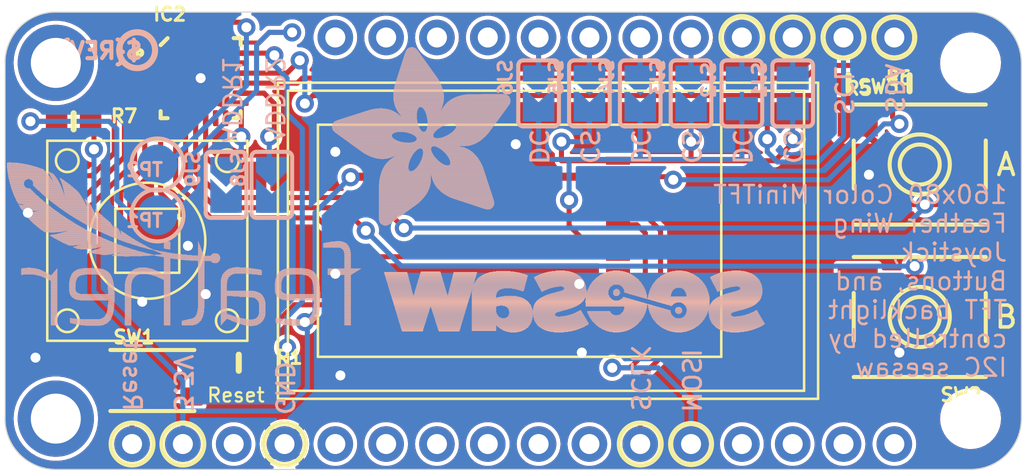
<source format=kicad_pcb>
(kicad_pcb (version 20221018) (generator pcbnew)
  (layers (0 "F.Cu" signal) (31 "B.Cu" signal) (34 "B.Paste" user) (35 "F.Paste" user) (36 "B.SilkS" user "B.Silkscreen") (37 "F.SilkS" user "F.Silkscreen") (38 "B.Mask" user) (39 "F.Mask" user) (44 "Edge.Cuts" user))
  (net 0 "")
  (net 1 "GND")
  (net 2 "~{RESET}")
  (net 3 "3.3V")
  (net 4 "~{TFT_RST}")
  (net 5 "CS")
  (net 6 "SCK")
  (net 7 "MOSI")
  (net 8 "DC")
  (net 9 "N$9")
  (net 10 "SDA")
  (net 11 "SCL")
  (net 12 "BACKLITE")
  (net 13 "N$3")
  (net 14 "N$4")
  (net 15 "N$5")
  (net 16 "N$6")
  (net 17 "N$7")
  (net 18 "N$8")
  (net 19 "SWDIO")
  (net 20 "SWCLK")
  (net 21 "PA02_A0")
  (net 22 "PA03_A1")
  (net 23 "PA04_A2")
  (net 24 "PA07_A5")
  (net 25 "PA09_XOSC")
  (net 26 "PA10_A18")
  (net 27 "PA11_A19")
  (net 28 "PA16_D16")
  (net 29 "PA17_D17")
  (net 30 "PA24_D-")
  (net 31 "PA25_D+")
  (footprint "working:0603-NO" (layer "F.Cu") (at 126.5301 99.0346)
    (fp_text reference "R7" (at 1.778 0.127) (layer "F.SilkS") (effects (font (size 0.666496 0.666496) (thickness 0.146304)) (justify left bottom)))
    (fp_text value "1k")
    (pad "1" smd rect (at -0.85 0) (size 1.075 1) (layers "F.Cu" "F.Paste" "F.Mask") (net 20 "SWCLK"))
    (pad "2" smd rect (at 0.85 0) (size 1.075 1) (layers "F.Cu" "F.Paste" "F.Mask") (net 3 "3.3V"))
  )
  (footprint "working:FIDUCIAL_1MM" (layer "F.Cu") (at 143.1671 99.5426)
    (fp_text reference "FID1" hide)
    (fp_text value "FIDUCIAL_1MM" hide)
    (pad "1" smd roundrect (at 0 0) (size 1 1) (layers "F.Cu" "F.Mask") (roundrect_rratio 0.5))
  )
  (footprint "working:TFT_0.96IN_160X80" (layer "F.Cu") (at 163.7411 105.0036 90)
    (fp_text reference "U$2" hide)
    (fp_text value "DISP_LCD_0.9IN_160X80" hide)
    (pad "1" smd rect (at -4.8 -10 180) (size 1.2 0.4) (layers "F.Cu" "F.Paste" "F.Mask") (net 1 "GND"))
    (pad "2" smd rect (at -4 -10 180) (size 1.2 0.4) (layers "F.Cu" "F.Paste" "F.Mask") (net 3 "3.3V"))
    (pad "3" smd rect (at -3.2 -10 180) (size 1.2 0.4) (layers "F.Cu" "F.Paste" "F.Mask") (net 9 "N$9"))
    (pad "4" smd rect (at -2.4 -10 180) (size 1.2 0.4) (layers "F.Cu" "F.Paste" "F.Mask"))
    (pad "5" smd rect (at -1.6 -10 180) (size 1.2 0.4) (layers "F.Cu" "F.Paste" "F.Mask") (net 1 "GND"))
    (pad "6" smd rect (at -0.8 -10 180) (size 1.2 0.4) (layers "F.Cu" "F.Paste" "F.Mask") (net 4 "~{TFT_RST}"))
    (pad "7" smd rect (at 0 -10 180) (size 1.2 0.4) (layers "F.Cu" "F.Paste" "F.Mask") (net 8 "DC"))
    (pad "8" smd rect (at 0.8 -10 180) (size 1.2 0.4) (layers "F.Cu" "F.Paste" "F.Mask") (net 7 "MOSI"))
    (pad "9" smd rect (at 1.6 -10 180) (size 1.2 0.4) (layers "F.Cu" "F.Paste" "F.Mask") (net 6 "SCK"))
    (pad "10" smd rect (at 2.4 -10 180) (size 1.2 0.4) (layers "F.Cu" "F.Paste" "F.Mask") (net 3 "3.3V"))
    (pad "11" smd rect (at 3.2 -10 180) (size 1.2 0.4) (layers "F.Cu" "F.Paste" "F.Mask") (net 3 "3.3V"))
    (pad "12" smd rect (at 4 -10 180) (size 1.2 0.4) (layers "F.Cu" "F.Paste" "F.Mask") (net 5 "CS"))
    (pad "13" smd rect (at 4.8 -10 180) (size 1.2 0.4) (layers "F.Cu" "F.Paste" "F.Mask") (net 1 "GND"))
  )
  (footprint "working:QFN24_4MM" (layer "F.Cu") (at 132.8801 96.8756)
    (fp_text reference "IC2" (at -2.45 -2.8) (layer "F.SilkS") (effects (font (size 0.666496 0.666496) (thickness 0.146304)) (justify left bottom)))
    (fp_text value "ATSAMD09D14A-MU")
    (pad "1" smd roundrect (at -2 -1.25 180) (size 0.8 0.28) (layers "F.Cu" "F.Paste" "F.Mask") (net 21 "PA02_A0"))
    (pad "2" smd roundrect (at -2 -0.75 180) (size 0.8 0.28) (layers "F.Cu" "F.Paste" "F.Mask") (net 22 "PA03_A1"))
    (pad "3" smd roundrect (at -2 -0.25 180) (size 0.8 0.28) (layers "F.Cu" "F.Paste" "F.Mask") (net 23 "PA04_A2"))
    (pad "4" smd roundrect (at -2 0.25 180) (size 0.8 0.28) (layers "F.Cu" "F.Paste" "F.Mask") (net 12 "BACKLITE"))
    (pad "5" smd roundrect (at -2 0.75 180) (size 0.8 0.28) (layers "F.Cu" "F.Paste" "F.Mask"))
    (pad "6" smd roundrect (at -2 1.25 180) (size 0.8 0.28) (layers "F.Cu" "F.Paste" "F.Mask") (net 24 "PA07_A5"))
    (pad "7" smd roundrect (at -1.25 2 90) (size 0.8 0.28) (layers "F.Cu" "F.Paste" "F.Mask") (net 4 "~{TFT_RST}"))
    (pad "8" smd roundrect (at -0.75 2 90) (size 0.8 0.28) (layers "F.Cu" "F.Paste" "F.Mask") (net 25 "PA09_XOSC"))
    (pad "9" smd roundrect (at -0.25 2 90) (size 0.8 0.28) (layers "F.Cu" "F.Paste" "F.Mask") (net 26 "PA10_A18"))
    (pad "10" smd roundrect (at 0.25 2 90) (size 0.8 0.28) (layers "F.Cu" "F.Paste" "F.Mask") (net 27 "PA11_A19"))
    (pad "11" smd roundrect (at 0.75 2 90) (size 0.8 0.28) (layers "F.Cu" "F.Paste" "F.Mask"))
    (pad "12" smd roundrect (at 1.25 2 90) (size 0.8 0.28) (layers "F.Cu" "F.Paste" "F.Mask"))
    (pad "13" smd roundrect (at 2 1.25) (size 0.8 0.28) (layers "F.Cu" "F.Paste" "F.Mask") (net 28 "PA16_D16"))
    (pad "14" smd roundrect (at 2 0.75) (size 0.8 0.28) (layers "F.Cu" "F.Paste" "F.Mask") (net 29 "PA17_D17"))
    (pad "15" smd roundrect (at 2 0.25) (size 0.8 0.28) (layers "F.Cu" "F.Paste" "F.Mask") (net 10 "SDA"))
    (pad "16" smd roundrect (at 2 -0.25) (size 0.8 0.28) (layers "F.Cu" "F.Paste" "F.Mask") (net 11 "SCL"))
    (pad "17" smd roundrect (at 2 -0.75) (size 0.8 0.28) (layers "F.Cu" "F.Paste" "F.Mask"))
    (pad "18" smd roundrect (at 2 -1.25) (size 0.8 0.28) (layers "F.Cu" "F.Paste" "F.Mask") (net 2 "~{RESET}"))
    (pad "19" smd roundrect (at 1.25 -2 270) (size 0.8 0.28) (layers "F.Cu" "F.Paste" "F.Mask") (net 20 "SWCLK"))
    (pad "20" smd roundrect (at 0.75 -2 270) (size 0.8 0.28) (layers "F.Cu" "F.Paste" "F.Mask") (net 19 "SWDIO"))
    (pad "21" smd roundrect (at 0.25 -2 270) (size 0.8 0.28) (layers "F.Cu" "F.Paste" "F.Mask") (net 30 "PA24_D-"))
    (pad "22" smd roundrect (at -0.25 -2 270) (size 0.8 0.28) (layers "F.Cu" "F.Paste" "F.Mask") (net 31 "PA25_D+"))
    (pad "23" smd roundrect (at -0.75 -2 270) (size 0.8 0.28) (layers "F.Cu" "F.Paste" "F.Mask") (net 1 "GND"))
    (pad "24" smd roundrect (at -1.25 -2 270) (size 0.8 0.28) (layers "F.Cu" "F.Paste" "F.Mask") (net 3 "3.3V"))
    (pad "THERM" smd rect (at 0 0) (size 1.778 1.778) (layers "F.Cu" "F.Mask") (net 1 "GND"))
  )
  (footprint "working:BTN_KMR2_4.6X2.8" (layer "F.Cu") (at 130.4671 111.9886)
    (fp_text reference "SW1" (at -2.032 -1.778) (layer "F.SilkS") (effects (font (size 0.666496 0.666496) (thickness 0.146304)) (justify left bottom)))
    (fp_text value "KMR2")
    (pad "A" smd rect (at 2.05 -0.8) (size 0.9 0.9) (layers "F.Cu" "F.Paste" "F.Mask") (net 1 "GND"))
    (pad "A'" smd rect (at -2.05 -0.8) (size 0.9 0.9) (layers "F.Cu" "F.Paste" "F.Mask") (net 1 "GND"))
    (pad "B" smd rect (at 2.05 0.8) (size 0.9 0.9) (layers "F.Cu" "F.Paste" "F.Mask") (net 2 "~{RESET}"))
    (pad "B'" smd rect (at -2.05 0.8) (size 0.9 0.9) (layers "F.Cu" "F.Paste" "F.Mask") (net 2 "~{RESET}"))
  )
  (footprint "working:EVQ-Q2_SMALLER" (layer "F.Cu") (at 168.8211 101.1936)
    (fp_text reference "SW3" (at -3.175 -3.5) (layer "F.SilkS") (effects (font (size 0.666496 0.666496) (thickness 0.146304)) (justify left bottom)))
    (fp_text value "EVQQ")
    (pad "A" smd rect (at -3.1 2) (size 2 1.2) (layers "F.Cu" "F.Paste" "F.Mask") (net 26 "PA10_A18"))
    (pad "A'" smd rect (at 3.1 2) (size 2 1.2) (layers "F.Cu" "F.Paste" "F.Mask") (net 26 "PA10_A18"))
    (pad "B" smd rect (at -3.1 -2) (size 2 1.2) (layers "F.Cu" "F.Paste" "F.Mask") (net 1 "GND"))
    (pad "B'" smd rect (at 3.1 -2) (size 2 1.2) (layers "F.Cu" "F.Paste" "F.Mask") (net 1 "GND"))
  )
  (footprint "working:EVQ-Q2_SMALLER" (layer "F.Cu") (at 168.8211 108.8136 180)
    (fp_text reference "SW2" (at -3.175 -3.5 180) (layer "F.SilkS") (effects (font (size 0.666496 0.666496) (thickness 0.146304)) (justify right top)))
    (fp_text value "EVQQ")
    (pad "A" smd rect (at -3.1 2 180) (size 2 1.2) (layers "F.Cu" "F.Paste" "F.Mask") (net 25 "PA09_XOSC"))
    (pad "A'" smd rect (at 3.1 2 180) (size 2 1.2) (layers "F.Cu" "F.Paste" "F.Mask") (net 25 "PA09_XOSC"))
    (pad "B" smd rect (at -3.1 -2 180) (size 2 1.2) (layers "F.Cu" "F.Paste" "F.Mask") (net 1 "GND"))
    (pad "B'" smd rect (at 3.1 -2 180) (size 2 1.2) (layers "F.Cu" "F.Paste" "F.Mask") (net 1 "GND"))
  )
  (footprint "working:SKQUBAE010" (layer "F.Cu") (at 130.2131 105.0036)
    (fp_text reference "SW4" hide)
    (fp_text value "NAVSWITCHSKQUABAUE010" hide)
    (pad "1" smd rect (at -5.2 -3.25 180) (size 1.5 1.4) (layers "F.Cu" "F.Paste" "F.Mask") (net 21 "PA02_A0"))
    (pad "2" smd rect (at -5.2 0.45 180) (size 1.5 1.4) (layers "F.Cu" "F.Paste" "F.Mask") (net 22 "PA03_A1"))
    (pad "3" smd rect (at -5.2 3.25 180) (size 1.5 1.4) (layers "F.Cu" "F.Paste" "F.Mask") (net 23 "PA04_A2"))
    (pad "4" smd rect (at 5.2 3.25 180) (size 1.5 1.4) (layers "F.Cu" "F.Paste" "F.Mask") (net 1 "GND"))
    (pad "5" smd rect (at 5.2 0.45 180) (size 1.5 1.4) (layers "F.Cu" "F.Paste" "F.Mask") (net 24 "PA07_A5"))
    (pad "6" smd rect (at 5.2 -3.25 180) (size 1.5 1.4) (layers "F.Cu" "F.Paste" "F.Mask") (net 27 "PA11_A19"))
  )
  (footprint "working:0603-NO" (layer "F.Cu") (at 168.3131 97.1296 180)
    (fp_text reference "R5" (at 1.778 0.127 180) (layer "F.SilkS") (effects (font (size 0.666496 0.666496) (thickness 0.146304)) (justify right top)))
    (fp_text value "10K")
    (pad "1" smd rect (at -0.85 0 180) (size 1.075 1) (layers "F.Cu" "F.Paste" "F.Mask") (net 10 "SDA"))
    (pad "2" smd rect (at 0.85 0 180) (size 1.075 1) (layers "F.Cu" "F.Paste" "F.Mask") (net 3 "3.3V"))
  )
  (footprint "working:FEATHERWING" (layer "F.Cu") (at 123.1011 116.4336)
    (fp_text reference "MS1" hide)
    (fp_text value "FEATHERWING" hide)
    (fp_line (start 0 -20.32) (end 0 -2.54) (stroke (width 0.05)) (layer "Edge.Cuts"))
    (fp_line (start 2.54 0) (end 48.26 0) (stroke (width 0.05)) (layer "Edge.Cuts"))
    (fp_line (start 48.26 -22.86) (end 2.54 -22.86) (stroke (width 0.05)) (layer "Edge.Cuts"))
    (fp_line (start 50.8 -2.54) (end 50.8 -20.32) (stroke (width 0.05)) (layer "Edge.Cuts"))
    (fp_arc (start 0 -20.32) (mid 0.743949 -22.116051) (end 2.54 -22.86) (stroke (width 0.05)) (layer "Edge.Cuts"))
    (fp_arc (start 2.54 0) (mid 0.743949 -0.743949) (end 0 -2.54) (stroke (width 0.05)) (layer "Edge.Cuts"))
    (fp_arc (start 48.26 -22.86) (mid 50.056051 -22.116051) (end 50.8 -20.32) (stroke (width 0.05)) (layer "Edge.Cuts"))
    (fp_arc (start 50.8 -2.54) (mid 50.056051 -0.743949) (end 48.26 0) (stroke (width 0.05)) (layer "Edge.Cuts"))
    (pad "" np_thru_hole circle (at 48.26 -20.32) (size 2.54 2.54) (drill 2.54) (layers "*.Cu" "*.Mask"))
    (pad "" np_thru_hole circle (at 48.26 -2.54) (size 2.54 2.54) (drill 2.54) (layers "*.Cu" "*.Mask"))
    (pad "1" thru_hole circle (at 6.35 -1.27) (size 1.778 1.778) (drill 1) (layers "*.Cu" "*.Mask") (net 2 "~{RESET}"))
    (pad "2" thru_hole circle (at 8.89 -1.27) (size 1.778 1.778) (drill 1) (layers "*.Cu" "*.Mask") (net 3 "3.3V"))
    (pad "3" thru_hole circle (at 11.43 -1.27) (size 1.778 1.778) (drill 1) (layers "*.Cu" "*.Mask"))
    (pad "4" thru_hole circle (at 13.97 -1.27) (size 1.778 1.778) (drill 1) (layers "*.Cu" "*.Mask") (net 1 "GND"))
    (pad "5" thru_hole circle (at 16.51 -1.27) (size 1.778 1.778) (drill 1) (layers "*.Cu" "*.Mask"))
    (pad "6" thru_hole circle (at 19.05 -1.27) (size 1.778 1.778) (drill 1) (layers "*.Cu" "*.Mask"))
    (pad "7" thru_hole circle (at 21.59 -1.27) (size 1.778 1.778) (drill 1) (layers "*.Cu" "*.Mask"))
    (pad "8" thru_hole circle (at 24.13 -1.27) (size 1.778 1.778) (drill 1) (layers "*.Cu" "*.Mask"))
    (pad "9" thru_hole circle (at 26.67 -1.27) (size 1.778 1.778) (drill 1) (layers "*.Cu" "*.Mask"))
    (pad "10" thru_hole circle (at 29.21 -1.27) (size 1.778 1.778) (drill 1) (layers "*.Cu" "*.Mask"))
    (pad "11" thru_hole circle (at 31.75 -1.27) (size 1.778 1.778) (drill 1) (layers "*.Cu" "*.Mask") (net 6 "SCK"))
    (pad "12" thru_hole circle (at 34.29 -1.27) (size 1.778 1.778) (drill 1) (layers "*.Cu" "*.Mask") (net 7 "MOSI"))
    (pad "13" thru_hole circle (at 36.83 -1.27) (size 1.778 1.778) (drill 1) (layers "*.Cu" "*.Mask"))
    (pad "14" thru_hole circle (at 39.37 -1.27) (size 1.778 1.778) (drill 1) (layers "*.Cu" "*.Mask"))
    (pad "15" thru_hole circle (at 41.91 -1.27) (size 1.778 1.778) (drill 1) (layers "*.Cu" "*.Mask"))
    (pad "16" thru_hole circle (at 44.45 -1.27) (size 1.778 1.778) (drill 1) (layers "*.Cu" "*.Mask"))
    (pad "17" thru_hole circle (at 44.45 -21.59) (size 1.778 1.778) (drill 1) (layers "*.Cu" "*.Mask") (net 10 "SDA"))
    (pad "18" thru_hole circle (at 41.91 -21.59) (size 1.778 1.778) (drill 1) (layers "*.Cu" "*.Mask") (net 11 "SCL"))
    (pad "19" thru_hole circle (at 39.37 -21.59) (size 1.778 1.778) (drill 1) (layers "*.Cu" "*.Mask") (net 14 "N$4"))
    (pad "20" thru_hole circle (at 36.83 -21.59) (size 1.778 1.778) (drill 1) (layers "*.Cu" "*.Mask") (net 13 "N$3"))
    (pad "21" thru_hole circle (at 34.29 -21.59) (size 1.778 1.778) (drill 1) (layers "*.Cu" "*.Mask") (net 15 "N$5"))
    (pad "22" thru_hole circle (at 31.75 -21.59) (size 1.778 1.778) (drill 1) (layers "*.Cu" "*.Mask") (net 16 "N$6"))
    (pad "23" thru_hole circle (at 29.21 -21.59) (size 1.778 1.778) (drill 1) (layers "*.Cu" "*.Mask") (net 17 "N$7"))
    (pad "24" thru_hole circle (at 26.67 -21.59) (size 1.778 1.778) (drill 1) (layers "*.Cu" "*.Mask") (net 18 "N$8"))
    (pad "25" thru_hole circle (at 24.13 -21.59) (size 1.778 1.778) (drill 1) (layers "*.Cu" "*.Mask"))
    (pad "26" thru_hole circle (at 21.59 -21.59) (size 1.778 1.778) (drill 1) (layers "*.Cu" "*.Mask"))
    (pad "27" thru_hole circle (at 19.05 -21.59) (size 1.778 1.778) (drill 1) (layers "*.Cu" "*.Mask"))
    (pad "28" thru_hole circle (at 16.51 -21.59) (size 1.778 1.778) (drill 1) (layers "*.Cu" "*.Mask"))
    (pad "P$1" thru_hole circle (at 2.54 -20.32) (size 3.81 3.81) (drill 2.5) (layers "*.Cu" "*.Mask"))
    (pad "P$2" thru_hole circle (at 2.54 -2.54) (size 3.81 3.81) (drill 2.5) (layers "*.Cu" "*.Mask"))
  )
  (footprint "working:FIDUCIAL_1MM" (layer "F.Cu") (at 161.0741 109.5756)
    (fp_text reference "FID2" hide)
    (fp_text value "FIDUCIAL_1MM" hide)
    (pad "1" smd roundrect (at 0 0) (size 1 1) (layers "F.Cu" "F.Mask") (roundrect_rratio 0.5))
  )
  (footprint "working:0603-NO" (layer "F.Cu") (at 134.7851 111.0996)
    (fp_text reference "R1" (at 1.778 0.127) (layer "F.SilkS") (effects (font (size 0.666496 0.666496) (thickness 0.146304)) (justify left bottom)))
    (fp_text value "10")
    (pad "1" smd rect (at -0.85 0) (size 1.075 1) (layers "F.Cu" "F.Paste" "F.Mask") (net 12 "BACKLITE"))
    (pad "2" smd rect (at 0.85 0) (size 1.075 1) (layers "F.Cu" "F.Paste" "F.Mask") (net 9 "N$9"))
  )
  (footprint "working:0603-NO" (layer "F.Cu") (at 165.2651 97.1296)
    (fp_text reference "R6" (at 1.778 0.127) (layer "F.SilkS") (effects (font (size 0.666496 0.666496) (thickness 0.146304)) (justify left bottom)))
    (fp_text value "10k")
    (pad "1" smd rect (at -0.85 0) (size 1.075 1) (layers "F.Cu" "F.Paste" "F.Mask") (net 11 "SCL"))
    (pad "2" smd rect (at 0.85 0) (size 1.075 1) (layers "F.Cu" "F.Paste" "F.Mask") (net 3 "3.3V"))
  )
  (footprint "working:SEESAW_LOGO" (layer "B.Cu") (at 161.0741 109.5756 180)
    (fp_text reference "U$8" hide)
    (fp_text value "" hide)
  )
  (footprint "working:ADAFRUIT_9MM" (layer "B.Cu") (at 148.3741 104.2416 180)
    (fp_text reference "U$12" hide)
    (fp_text value "" hide)
  )
  (footprint "working:FEATHERLOGO_MED" (layer "B.Cu") (at 141.0081 109.3216 180)
    (fp_text reference "U$4" hide)
    (fp_text value "" hide)
  )
  (footprint "working:SOLDERJUMPER_ARROW_NOPASTE" (layer "B.Cu") (at 149.7711 97.6376 -90)
    (fp_text reference "SJ6" (at -1.778 1.27 90) (layer "B.SilkS") (effects (font (size 0.666496 0.666496) (thickness 0.146304)) (justify left bottom mirror)))
    (fp_text value "")
    (fp_poly (pts (xy 0.106121 -0.002663) (xy -0.679416 -0.7882) (xy -1.3946 -0.7882) (xy -1.3946 0.7882) (xy -0.62715 0.7882)) (fill solid) (layer "B.Cu"))
    (fp_poly (pts (xy 1.3946 -0.7882) (xy -0.315893 -0.7882) (xy 0.443148 0) (xy -0.315893 0.7882) (xy 1.3946 0.7882)) (fill solid) (layer "B.Cu"))
    (pad "1" smd roundrect (at -1.016 0 270) (size 0.762 1.524) (layers "B.Cu") (net 18 "N$8"))
    (pad "2" smd roundrect (at 1.016 0 270) (size 0.762 1.524) (layers "B.Cu") (net 8 "DC"))
  )
  (footprint "working:SOLDERJUMPER_ARROW_NOPASTE" (layer "B.Cu") (at 136.4361 102.2096 -90)
    (fp_text reference "SJ8" (at -1.778 1.27 90) (layer "B.SilkS") (effects (font (size 0.666496 0.666496) (thickness 0.146304)) (justify left bottom mirror)))
    (fp_text value "")
    (fp_poly (pts (xy 0.106121 -0.002663) (xy -0.679416 -0.7882) (xy -1.3946 -0.7882) (xy -1.3946 0.7882) (xy -0.62715 0.7882)) (fill solid) (layer "B.Cu"))
    (fp_poly (pts (xy 1.3946 -0.7882) (xy -0.315893 -0.7882) (xy 0.443148 0) (xy -0.315893 0.7882) (xy 1.3946 0.7882)) (fill solid) (layer "B.Cu"))
    (pad "1" smd roundrect (at -1.016 0 270) (size 0.762 1.524) (layers "B.Cu") (net 29 "PA17_D17"))
    (pad "2" smd roundrect (at 1.016 0 270) (size 0.762 1.524) (layers "B.Cu") (net 1 "GND"))
  )
  (footprint "working:SOLDERJUMPER_CLOSEDWIRE" (layer "B.Cu") (at 162.4711 97.6376 -90)
    (fp_text reference "SJ1" (at -1.651 1.27 90) (layer "B.SilkS") (effects (font (size 0.666496 0.666496) (thickness 0.146304)) (justify left bottom mirror)))
    (fp_text value "")
    (pad "1" smd rect (at -0.762 0 270) (size 1.1684 1.6002) (layers "B.Cu") (net 14 "N$4"))
    (pad "2" smd rect (at 0.762 0 270) (size 1.1684 1.6002) (layers "B.Cu") (net 5 "CS"))
    (pad "WIRE" smd rect (at 0 0 90) (size 0.635 0.2032) (layers "B.Cu"))
  )
  (footprint "working:SOLDERJUMPER_ARROW_NOPASTE" (layer "B.Cu") (at 152.3111 97.6376 -90)
    (fp_text reference "SJ5" (at -1.778 1.27 90) (layer "B.SilkS") (effects (font (size 0.666496 0.666496) (thickness 0.146304)) (justify left bottom mirror)))
    (fp_text value "")
    (fp_poly (pts (xy 0.106121 -0.002663) (xy -0.679416 -0.7882) (xy -1.3946 -0.7882) (xy -1.3946 0.7882) (xy -0.62715 0.7882)) (fill solid) (layer "B.Cu"))
    (fp_poly (pts (xy 1.3946 -0.7882) (xy -0.315893 -0.7882) (xy 0.443148 0) (xy -0.315893 0.7882) (xy 1.3946 0.7882)) (fill solid) (layer "B.Cu"))
    (pad "1" smd roundrect (at -1.016 0 270) (size 0.762 1.524) (layers "B.Cu") (net 17 "N$7"))
    (pad "2" smd roundrect (at 1.016 0 270) (size 0.762 1.524) (layers "B.Cu") (net 5 "CS"))
  )
  (footprint "working:SOLDERJUMPER_CLOSEDWIRE" (layer "B.Cu") (at 159.9311 97.6376 -90)
    (fp_text reference "SJ2" (at -1.651 1.27 90) (layer "B.SilkS") (effects (font (size 0.666496 0.666496) (thickness 0.146304)) (justify left bottom mirror)))
    (fp_text value "")
    (pad "1" smd rect (at -0.762 0 270) (size 1.1684 1.6002) (layers "B.Cu") (net 13 "N$3"))
    (pad "2" smd rect (at 0.762 0 270) (size 1.1684 1.6002) (layers "B.Cu") (net 8 "DC"))
    (pad "WIRE" smd rect (at 0 0 90) (size 0.635 0.2032) (layers "B.Cu"))
  )
  (footprint "working:SOLDERJUMPER_ARROW_NOPASTE" (layer "B.Cu") (at 154.8511 97.6376 -90)
    (fp_text reference "SJ4" (at -1.778 1.27 90) (layer "B.SilkS") (effects (font (size 0.666496 0.666496) (thickness 0.146304)) (justify left bottom mirror)))
    (fp_text value "")
    (fp_poly (pts (xy 0.106121 -0.002663) (xy -0.679416 -0.7882) (xy -1.3946 -0.7882) (xy -1.3946 0.7882) (xy -0.62715 0.7882)) (fill solid) (layer "B.Cu"))
    (fp_poly (pts (xy 1.3946 -0.7882) (xy -0.315893 -0.7882) (xy 0.443148 0) (xy -0.315893 0.7882) (xy 1.3946 0.7882)) (fill solid) (layer "B.Cu"))
    (pad "1" smd roundrect (at -1.016 0 270) (size 0.762 1.524) (layers "B.Cu") (net 16 "N$6"))
    (pad "2" smd roundrect (at 1.016 0 270) (size 0.762 1.524) (layers "B.Cu") (net 8 "DC"))
  )
  (footprint "working:PCBFEAT-REV-040" (layer "B.Cu") (at 129.7051 95.4786 180)
    (fp_text reference "U$14" hide)
    (fp_text value "" hide)
    (fp_text user "${REV}" (at -0.3556 -0.508) (layer "B.SilkS") (effects (font (size 0.8128 0.8128) (thickness 0.2032)) (justify left bottom mirror)))
  )
  (footprint "working:TESTPOINT_ROUND_2MM" (layer "B.Cu") (at 130.7211 103.7336 180)
    (fp_text reference "TP1" (at 1.651 0.127) (layer "B.SilkS") (effects (font (size 0.666496 0.666496) (thickness 0.146304)) (justify right top mirror)))
    (fp_text value "")
    (pad "P$1" smd roundrect (at 0 0 180) (size 2 2) (layers "B.Cu" "B.Mask") (roundrect_rratio 0.5) (net 20 "SWCLK"))
  )
  (footprint "working:SOLDERJUMPER_ARROW_NOPASTE" (layer "B.Cu") (at 157.3911 97.6376 -90)
    (fp_text reference "SJ3" (at -1.778 1.27 90) (layer "B.SilkS") (effects (font (size 0.666496 0.666496) (thickness 0.146304)) (justify left bottom mirror)))
    (fp_text value "")
    (fp_poly (pts (xy 0.106121 -0.002663) (xy -0.679416 -0.7882) (xy -1.3946 -0.7882) (xy -1.3946 0.7882) (xy -0.62715 0.7882)) (fill solid) (layer "B.Cu"))
    (fp_poly (pts (xy 1.3946 -0.7882) (xy -0.315893 -0.7882) (xy 0.443148 0) (xy -0.315893 0.7882) (xy 1.3946 0.7882)) (fill solid) (layer "B.Cu"))
    (pad "1" smd roundrect (at -1.016 0 270) (size 0.762 1.524) (layers "B.Cu") (net 15 "N$5"))
    (pad "2" smd roundrect (at 1.016 0 270) (size 0.762 1.524) (layers "B.Cu") (net 5 "CS"))
  )
  (footprint "working:TESTPOINT_ROUND_2MM" (layer "B.Cu") (at 130.7211 101.1936 180)
    (fp_text reference "TP2" (at 1.651 0.127) (layer "B.SilkS") (effects (font (size 0.666496 0.666496) (thickness 0.146304)) (justify right top mirror)))
    (fp_text value "")
    (pad "P$1" smd roundrect (at 0 0 180) (size 2 2) (layers "B.Cu" "B.Mask") (roundrect_rratio 0.5) (net 19 "SWDIO"))
  )
  (footprint "working:SOLDERJUMPER_ARROW_NOPASTE" (layer "B.Cu") (at 134.1501 102.2096 -90)
    (fp_text reference "SJ9" (at -1.778 1.27 90) (layer "B.SilkS") (effects (font (size 0.666496 0.666496) (thickness 0.146304)) (justify left bottom mirror)))
    (fp_text value "")
    (fp_poly (pts (xy 0.106121 -0.002663) (xy -0.679416 -0.7882) (xy -1.3946 -0.7882) (xy -1.3946 0.7882) (xy -0.62715 0.7882)) (fill solid) (layer "B.Cu"))
    (fp_poly (pts (xy 1.3946 -0.7882) (xy -0.315893 -0.7882) (xy 0.443148 0) (xy -0.315893 0.7882) (xy 1.3946 0.7882)) (fill solid) (layer "B.Cu"))
    (pad "1" smd roundrect (at -1.016 0 270) (size 0.762 1.524) (layers "B.Cu") (net 28 "PA16_D16"))
    (pad "2" smd roundrect (at 1.016 0 270) (size 0.762 1.524) (layers "B.Cu") (net 1 "GND"))
  )
  (gr_circle (center 154.8511 115.1636) (end 155.898368 115.1636) (stroke (width 0.254)) (fill none) (layer "F.SilkS"))
  (gr_circle (center 131.9911 115.1636) (end 133.038368 115.1636) (stroke (width 0.254)) (fill none) (layer "F.SilkS"))
  (gr_circle (center 167.5511 94.8436) (end 168.575006 94.8436) (stroke (width 0.254)) (fill none) (layer "F.SilkS"))
  (gr_circle (center 159.9311 94.8436) (end 160.978368 94.8436) (stroke (width 0.254)) (fill none) (layer "F.SilkS"))
  (gr_circle (center 165.0111 94.8436) (end 166.035006 94.8436) (stroke (width 0.254)) (fill none) (layer "F.SilkS"))
  (gr_circle (center 129.4511 115.1636) (end 130.498368 115.1636) (stroke (width 0.254)) (fill none) (layer "F.SilkS"))
  (gr_circle (center 157.3911 115.1636) (end 158.415006 115.1636) (stroke (width 0.254)) (fill none) (layer "F.SilkS"))
  (gr_circle (center 137.0711 115.1636) (end 138.118368 115.1636) (stroke (width 0.254)) (fill none) (layer "F.SilkS"))
  (gr_circle (center 162.4711 94.8436) (end 163.495006 94.8436) (stroke (width 0.254)) (fill none) (layer "F.SilkS"))
  (gr_line (start 173.9011 113.8936) (end 173.9011 111.3536) (stroke (width 0.05)) (layer "Edge.Cuts"))
  (gr_line (start 171.3611 93.5736) (end 125.6411 93.5736) (stroke (width 0.05)) (layer "Edge.Cuts"))
  (gr_line (start 123.1011 96.1136) (end 123.1011 113.8936) (stroke (width 0.05)) (layer "Edge.Cuts"))
  (gr_line (start 125.6411 116.4336) (end 171.3611 116.4336) (stroke (width 0.05)) (layer "Edge.Cuts"))
  (gr_line (start 173.9011 101.1936) (end 173.9011 96.1136) (stroke (width 0.05)) (layer "Edge.Cuts"))
  (gr_arc (start 171.3611 93.5736) (mid 173.157151 94.317549) (end 173.9011 96.1136) (stroke (width 0.05)) (layer "Edge.Cuts"))
  (gr_arc (start 173.9011 113.8936) (mid 173.157151 115.689651) (end 171.3611 116.4336) (stroke (width 0.05)) (layer "Edge.Cuts"))
  (gr_arc (start 123.1011 96.1136) (mid 123.845049 94.317549) (end 125.6411 93.5736) (stroke (width 0.05)) (layer "Edge.Cuts"))
  (gr_arc (start 125.6411 116.4336) (mid 123.845049 115.689651) (end 123.1011 113.8936) (stroke (width 0.05)) (layer "Edge.Cuts"))
  (gr_text "DC" (at 149.7711 100.3046 -90) (layer "B.SilkS") (effects (font (size 0.87376 0.87376) (thickness 0.14224)) (justify mirror)))
  (gr_text "SCLK" (at 154.8511 111.8616 -90) (layer "B.SilkS") (effects (font (size 0.87376 0.87376) (thickness 0.14224)) (justify mirror)))
  (gr_text "ADDR1" (at 133.8961 100.1776 -90) (layer "B.SilkS") (effects (font (size 0.89408 0.89408) (thickness 0.12192)) (justify left bottom mirror)))
  (gr_text "3.3V" (at 131.9911 112.1156 -90) (layer "B.SilkS") (effects (font (size 0.87376 0.87376) (thickness 0.14224)) (justify mirror)))
  (gr_text "GND" (at 137.0711 112.3696 -90) (layer "B.SilkS") (effects (font (size 0.87376 0.87376) (thickness 0.14224)) (justify mirror)))
  (gr_text "CS" (at 162.4711 100.3046 -90) (layer "B.SilkS") (effects (font (size 0.87376 0.87376) (thickness 0.14224)) (justify mirror)))
  (gr_text "DC" (at 159.9311 100.3046 -90) (layer "B.SilkS") (effects (font (size 0.87376 0.87376) (thickness 0.14224)) (justify mirror)))
  (gr_text "DC" (at 154.8511 100.3046 -90) (layer "B.SilkS") (effects (font (size 0.87376 0.87376) (thickness 0.14224)) (justify mirror)))
  (gr_text "MOSI" (at 157.3911 111.9886 -90) (layer "B.SilkS") (effects (font (size 0.87376 0.87376) (thickness 0.14224)) (justify mirror)))
  (gr_text "ADDR2" (at 136.0551 100.1776 -90) (layer "B.SilkS") (effects (font (size 0.89408 0.89408) (thickness 0.12192)) (justify left bottom mirror)))
  (gr_text "CS" (at 152.3111 100.3046 -90) (layer "B.SilkS") (effects (font (size 0.87376 0.87376) (thickness 0.14224)) (justify mirror)))
  (gr_text "CS" (at 157.3911 100.3046 -90) (layer "B.SilkS") (effects (font (size 0.87376 0.87376) (thickness 0.14224)) (justify mirror)))
  (gr_text "160x80 Color MiniTFT\nFeather Wing\nJoystick, \nButtons, and\nTFT backlight \ncontrolled by\nI2C seesaw" (at 173.2661 111.8616) (layer "B.SilkS") (effects (font (size 0.89408 0.89408) (thickness 0.12192)) (justify left bottom mirror)))
  (gr_text "SDA" (at 167.5511 97.3836 -90) (layer "B.SilkS") (effects (font (size 0.87376 0.87376) (thickness 0.14224)) (justify mirror)))
  (gr_text "Reset" (at 129.4511 111.7346 -90) (layer "B.SilkS") (effects (font (size 0.87376 0.87376) (thickness 0.14224)) (justify mirror)))
  (gr_text "SCL" (at 165.0111 97.5106 -90) (layer "B.SilkS") (effects (font (size 0.87376 0.87376) (thickness 0.14224)) (justify mirror)))
  (gr_text "A" (at 173.1391 101.1936) (layer "F.SilkS") (effects (font (size 1.0922 1.0922) (thickness 0.1778))))
  (gr_text "Reset" (at 133.1341 113.1316) (layer "F.SilkS") (effects (font (size 0.699008 0.699008) (thickness 0.113792)) (justify left bottom)))
  (gr_text "B" (at 173.1391 108.8136) (layer "F.SilkS") (effects (font (size 1.0922 1.0922) (thickness 0.1778))))
  (segment (start 132.1301 94.8756) (end 132.1301 96.8756) (width 0.254) (layer "F.Cu") (net 1))
  (segment (start 132.1301 96.8756) (end 132.8801 96.8756) (width 0.254) (layer "F.Cu") (net 1))
  (via (at 129.9591 108.0516) (size 0.9064) (drill 0.5) (layers "F.Cu" "B.Cu") (net 1))
  (via (at 124.2441 103.6066) (size 0.9064) (drill 0.5) (layers "F.Cu" "B.Cu") (net 1))
  (via (at 151.9301 110.5916) (size 0.9064) (drill 0.5) (layers "F.Cu" "B.Cu") (net 1))
  (via (at 151.8031 107.1626) (size 0.9064) (drill 0.5) (layers "F.Cu" "B.Cu") (net 1))
  (via (at 133.1341 107.6706) (size 0.9064) (drill 0.5) (layers "F.Cu" "B.Cu") (net 1))
  (via (at 166.2811 101.7016) (size 0.9064) (drill 0.5) (layers "F.Cu" "B.Cu") (net 1))
  (via (at 132.2451 105.2576) (size 0.9064) (drill 0.5) (layers "F.Cu" "B.Cu") (net 1))
  (via (at 139.6111 100.5586) (size 0.9064) (drill 0.5) (layers "F.Cu" "B.Cu") (net 1))
  (via (at 139.6111 106.6546) (size 0.9064) (drill 0.5) (layers "F.Cu" "B.Cu") (net 1))
  (via (at 148.6281 100.1776) (size 0.9064) (drill 0.5) (layers "F.Cu" "B.Cu") (net 1))
  (via (at 139.8651 111.7346) (size 0.9064) (drill 0.5) (layers "F.Cu" "B.Cu") (net 1))
  (via (at 124.6251 110.8456) (size 0.9064) (drill 0.5) (layers "F.Cu" "B.Cu") (net 1))
  (via (at 132.8801 96.8756) (size 0.9064) (drill 0.5) (layers "F.Cu" "B.Cu") (net 1))
  (via (at 167.8051 110.5916) (size 0.9064) (drill 0.5) (layers "F.Cu" "B.Cu") (net 1))
  (segment (start 136.3981 112.7886) (end 137.1981 111.9886) (width 0.254) (layer "F.Cu") (net 2))
  (segment (start 129.4511 112.7886) (end 128.4171 112.7886) (width 0.254) (layer "F.Cu") (net 2))
  (segment (start 137.1981 111.9886) (end 137.1981 110.3376) (width 0.254) (layer "F.Cu") (net 2))
  (segment (start 132.5171 112.7886) (end 129.4511 112.7886) (width 0.254) (layer "F.Cu") (net 2))
  (segment (start 129.4511 115.1636) (end 129.4511 112.7886) (width 0.254) (layer "F.Cu") (net 2))
  (segment (start 136.4561 95.6256) (end 134.8801 95.6256) (width 0.254) (layer "F.Cu") (net 2))
  (segment (start 136.5631 95.7326) (end 136.4561 95.6256) (width 0.254) (layer "F.Cu") (net 2))
  (segment (start 132.5171 112.7886) (end 136.3981 112.7886) (width 0.254) (layer "F.Cu") (net 2))
  (via (at 137.1981 110.3376) (size 0.9064) (drill 0.5) (layers "F.Cu" "B.Cu") (net 2))
  (via (at 136.5631 95.7326) (size 0.9064) (drill 0.5) (layers "F.Cu" "B.Cu") (net 2))
  (segment (start 137.9601 108.0516) (end 137.9601 99.4156) (width 0.254) (layer "B.Cu") (net 2))
  (segment (start 137.9601 99.4156) (end 137.1981 98.6536) (width 0.254) (layer "B.Cu") (net 2))
  (segment (start 137.1981 98.6536) (end 137.1981 96.8756) (width 0.254) (layer "B.Cu") (net 2))
  (segment (start 137.9601 108.0516) (end 137.1981 108.8136) (width 0.254) (layer "B.Cu") (net 2))
  (segment (start 137.1981 108.8136) (end 137.1981 110.3376) (width 0.254) (layer "B.Cu") (net 2))
  (segment (start 136.5631 96.2406) (end 136.5631 95.7326) (width 0.254) (layer "B.Cu") (net 2))
  (segment (start 137.1981 96.8756) (end 136.5631 96.2406) (width 0.254) (layer "B.Cu") (net 2))
  (segment (start 167.4631 97.1296) (end 167.4631 98.8196) (width 0.254) (layer "F.Cu") (net 3))
  (segment (start 127.3801 99.0346) (end 127.4581 99.0346) (width 0.254) (layer "F.Cu") (net 3))
  (segment (start 153.7411 101.8036) (end 140.3481 101.8036) (width 0.4064) (layer "F.Cu") (net 3))
  (segment (start 156.5021 101.9556) (end 156.5021 101.8036) (width 0.254) (layer "F.Cu") (net 3))
  (segment (start 128.0541 98.3606) (end 127.3801 99.0346) (width 0.254) (layer "F.Cu") (net 3))
  (segment (start 155.3591 102.6036) (end 155.3591 101.8036) (width 0.254) (layer "F.Cu") (net 3))
  (segment (start 130.1181 94.8756) (end 130.0861 94.8436) (width 0.254) (layer "F.Cu") (net 3))
  (segment (start 167.4631 98.8196) (end 167.8051 99.1616) (width 0.254) (layer "F.Cu") (net 3))
  (segment (start 166.1151 97.1296) (end 167.4631 97.1296) (width 0.254) (layer "F.Cu") (net 3))
  (segment (start 129.3241 94.8436) (end 130.0861 94.8436) (width 0.254) (layer "F.Cu") (net 3))
  (segment (start 128.0541 96.1136) (end 128.0541 98.3606) (width 0.254) (layer "F.Cu") (net 3))
  (segment (start 128.0541 96.1136) (end 129.3241 94.8436) (width 0.254) (layer "F.Cu") (net 3))
  (segment (start 155.3591 101.8036) (end 153.7411 101.8036) (width 0.254) (layer "F.Cu") (net 3))
  (segment (start 127.4581 99.0346) (end 127.5461 98.9466) (width 0.254) (layer "F.Cu") (net 3))
  (segment (start 140.3481 101.8036) (end 140.3731 101.8286) (width 0.4064) (layer "F.Cu") (net 3))
  (segment (start 156.5021 101.8036) (end 155.3591 101.8036) (width 0.254) (layer "F.Cu") (net 3))
  (segment (start 127.5461 98.9466) (end 127.5461 100.4316) (width 0.254) (layer "F.Cu") (net 3))
  (segment (start 138.0871 109.0676) (end 138.1511 109.0036) (width 0.4064) (layer "F.Cu") (net 3))
  (segment (start 153.7411 102.6036) (end 155.3591 102.6036) (width 0.254) (layer "F.Cu") (net 3))
  (segment (start 131.6301 94.8756) (end 130.1181 94.8756) (width 0.254) (layer "F.Cu") (net 3))
  (segment (start 138.1511 109.0036) (end 153.7411 109.0036) (width 0.4064) (layer "F.Cu") (net 3))
  (via (at 127.5461 100.4316) (size 0.9064) (drill 0.5) (layers "F.Cu" "B.Cu") (net 3))
  (via (at 138.0871 109.0676) (size 0.9064) (drill 0.5) (layers "F.Cu" "B.Cu") (net 3))
  (via (at 140.3731 101.8286) (size 0.9064) (drill 0.5) (layers "F.Cu" "B.Cu") (net 3))
  (via (at 167.8051 99.1616) (size 0.9064) (drill 0.5) (layers "F.Cu" "B.Cu") (net 3))
  (via (at 156.5021 101.9556) (size 0.9064) (drill 0.5) (layers "F.Cu" "B.Cu") (net 3))
  (segment (start 138.5951 108.5596) (end 138.0871 109.0676) (width 0.254) (layer "B.Cu") (net 3))
  (segment (start 131.9911 111.9886) (end 131.9911 113.6396) (width 0.254) (layer "B.Cu") (net 3))
  (segment (start 138.5951 103.6066) (end 138.5951 108.5596) (width 0.254) (layer "B.Cu") (net 3))
  (segment (start 167.0431 99.1616) (end 167.8051 99.1616) (width 0.254) (layer "B.Cu") (net 3))
  (segment (start 156.5021 101.9556) (end 164.2491 101.9556) (width 0.254) (layer "B.Cu") (net 3))
  (segment (start 138.2141 112.3696) (end 137.0711 113.5126) (width 0.254) (layer "B.Cu") (net 3))
  (segment (start 138.2141 109.1946) (end 138.2141 112.3696) (width 0.254) (layer "B.Cu") (net 3))
  (segment (start 140.3731 101.8286) (end 140.3731 101.5746) (width 0.4064) (layer "B.Cu") (net 3))
  (segment (start 137.0711 113.5126) (end 132.1181 113.5126) (width 0.254) (layer "B.Cu") (net 3))
  (segment (start 132.1181 113.5126) (end 131.9911 113.6396) (width 0.254) (layer "B.Cu") (net 3))
  (segment (start 127.5461 100.4316) (end 127.5461 107.5436) (width 0.254) (layer "B.Cu") (net 3))
  (segment (start 140.3731 101.8286) (end 138.5951 103.6066) (width 0.254) (layer "B.Cu") (net 3))
  (segment (start 131.9911 113.6396) (end 131.9911 115.1636) (width 0.254) (layer "B.Cu") (net 3))
  (segment (start 127.5461 107.5436) (end 131.9911 111.9886) (width 0.254) (layer "B.Cu") (net 3))
  (segment (start 138.0871 109.0676) (end 138.2141 109.1946) (width 0.254) (layer "B.Cu") (net 3))
  (segment (start 164.2491 101.9556) (end 167.0431 99.1616) (width 0.254) (layer "B.Cu") (net 3))
  (segment (start 140.6651 105.8036) (end 153.7411 105.8036) (width 0.254) (layer "F.Cu") (net 4))
  (segment (start 138.7221 103.8606) (end 140.6651 105.8036) (width 0.254) (layer "F.Cu") (net 4))
  (segment (start 131.6301 102.1026) (end 131.6301 98.8756) (width 0.254) (layer "F.Cu") (net 4))
  (segment (start 133.3881 103.8606) (end 131.6301 102.1026) (width 0.254) (layer "F.Cu") (net 4))
  (segment (start 133.3881 103.8606) (end 138.7221 103.8606) (width 0.254) (layer "F.Cu") (net 4))
  (segment (start 161.5821 101.0036) (end 157.3911 101.0036) (width 0.254) (layer "F.Cu") (net 5))
  (segment (start 150.9141 101.0036) (end 153.7411 101.0036) (width 0.254) (layer "F.Cu") (net 5))
  (segment (start 162.4711 100.1146) (end 162.4711 99.9236) (width 0.254) (layer "F.Cu") (net 5))
  (segment (start 157.3911 101.0036) (end 153.7411 101.0036) (width 0.254) (layer "F.Cu") (net 5))
  (segment (start 161.5821 101.0036) (end 162.4711 100.1146) (width 0.254) (layer "F.Cu") (net 5))
  (segment (start 150.9141 100.0506) (end 150.9141 101.0036) (width 0.254) (layer "F.Cu") (net 5))
  (segment (start 157.3911 100.0506) (end 157.3911 101.0036) (width 0.254) (layer "F.Cu") (net 5))
  (via (at 150.9141 100.0506) (size 0.9064) (drill 0.5) (layers "F.Cu" "B.Cu") (net 5))
  (via (at 157.3911 100.0506) (size 0.9064) (drill 0.5) (layers "F.Cu" "B.Cu") (net 5))
  (via (at 162.4711 99.9236) (size 0.9064) (drill 0.5) (layers "F.Cu" "B.Cu") (net 5))
  (segment (start 157.3911 98.6536) (end 157.3911 100.0506) (width 0.254) (layer "B.Cu") (net 5))
  (segment (start 152.3111 100.0506) (end 150.9141 100.0506) (width 0.254) (layer "B.Cu") (net 5))
  (segment (start 162.4711 98.3996) (end 162.4711 99.9236) (width 0.254) (layer "B.Cu") (net 5))
  (segment (start 152.3111 98.6536) (end 152.3111 100.0506) (width 0.254) (layer "B.Cu") (net 5))
  (segment (start 154.8511 115.1636) (end 154.8511 111.8616) (width 0.254) (layer "F.Cu") (net 6))
  (segment (start 154.8511 103.4796) (end 153.8171 103.4796) (width 0.254) (layer "F.Cu") (net 6))
  (segment (start 153.8171 103.4796) (end 153.7411 103.4036) (width 0.254) (layer "F.Cu") (net 6))
  (segment (start 154.8511 111.8616) (end 155.8671 110.8456) (width 0.254) (layer "F.Cu") (net 6))
  (segment (start 155.8671 104.4956) (end 154.8511 103.4796) (width 0.254) (layer "F.Cu") (net 6))
  (segment (start 155.8671 110.8456) (end 155.8671 104.4956) (width 0.254) (layer "F.Cu") (net 6))
  (segment (start 153.7411 104.2036) (end 154.6861 104.2036) (width 0.254) (layer "F.Cu") (net 7))
  (segment (start 154.6861 104.2036) (end 155.1051 104.6226) (width 0.254) (layer "F.Cu") (net 7))
  (segment (start 155.1051 104.6226) (end 155.1051 110.5916) (width 0.254) (layer "F.Cu") (net 7))
  (segment (start 155.1051 110.5916) (end 154.3431 111.3536) (width 0.254) (layer "F.Cu") (net 7))
  (segment (start 154.3431 111.3536) (end 153.4541 111.3536) (width 0.254) (layer "F.Cu") (net 7))
  (via (at 153.4541 111.3536) (size 0.9064) (drill 0.5) (layers "F.Cu" "B.Cu") (net 7))
  (segment (start 155.7401 111.3536) (end 157.3911 113.0046) (width 0.254) (layer "B.Cu") (net 7))
  (segment (start 153.4541 111.3536) (end 155.7401 111.3536) (width 0.254) (layer "B.Cu") (net 7))
  (segment (start 157.3911 113.0046) (end 157.3911 115.1636) (width 0.254) (layer "B.Cu") (net 7))
  (segment (start 152.0571 105.0036) (end 153.7411 105.0036) (width 0.254) (layer "F.Cu") (net 8))
  (segment (start 151.2951 102.9716) (end 151.2951 104.2416) (width 0.254) (layer "F.Cu") (net 8))
  (segment (start 151.2951 104.2416) (end 152.0571 105.0036) (width 0.254) (layer "F.Cu") (net 8))
  (via (at 151.2951 102.9716) (size 0.9064) (drill 0.5) (layers "F.Cu" "B.Cu") (net 8))
  (segment (start 154.8511 98.6536) (end 154.8511 100.9396) (width 0.254) (layer "B.Cu") (net 8))
  (segment (start 154.8511 100.9396) (end 159.9311 100.9396) (width 0.254) (layer "B.Cu") (net 8))
  (segment (start 149.7711 100.9396) (end 151.2951 100.9396) (width 0.254) (layer "B.Cu") (net 8))
  (segment (start 149.7711 98.6536) (end 149.7711 100.9396) (width 0.254) (layer "B.Cu") (net 8))
  (segment (start 151.2951 100.9396) (end 154.8511 100.9396) (width 0.254) (layer "B.Cu") (net 8))
  (segment (start 151.2951 100.9396) (end 151.2951 102.9716) (width 0.254) (layer "B.Cu") (net 8))
  (segment (start 159.9311 100.9396) (end 159.9311 98.3996) (width 0.254) (layer "B.Cu") (net 8))
  (segment (start 137.5541 108.2036) (end 135.6351 110.1226) (width 0.254) (layer "F.Cu") (net 9))
  (segment (start 135.6351 110.1226) (end 135.6351 111.0996) (width 0.254) (layer "F.Cu") (net 9))
  (segment (start 153.7411 108.2036) (end 137.5541 108.2036) (width 0.254) (layer "F.Cu") (net 9))
  (segment (start 167.5511 94.8436) (end 166.1541 96.2406) (width 0.254) (layer "F.Cu") (net 10))
  (segment (start 166.1541 96.2406) (end 163.7411 96.2406) (width 0.254) (layer "F.Cu") (net 10))
  (segment (start 137.7101 97.1256) (end 137.9601 96.8756) (width 0.254) (layer "F.Cu") (net 10))
  (segment (start 169.1631 97.1296) (end 169.1631 96.4556) (width 0.254) (layer "F.Cu") (net 10))
  (segment (start 137.9601 96.8756) (end 163.1061 96.8756) (width 0.254) (layer "F.Cu") (net 10))
  (segment (start 134.8801 97.1256) (end 137.7101 97.1256) (width 0.254) (layer "F.Cu") (net 10))
  (segment (start 169.1631 96.4556) (end 167.5511 94.8436) (width 0.254) (layer "F.Cu") (net 10))
  (segment (start 163.1061 96.8756) (end 163.7411 96.2406) (width 0.254) (layer "F.Cu") (net 10))
  (segment (start 137.8331 95.9866) (end 137.1941 96.6256) (width 0.254) (layer "F.Cu") (net 11))
  (segment (start 161.2011 97.7446) (end 163.8001 97.7446) (width 0.254) (layer "F.Cu") (net 11))
  (segment (start 161.2011 97.7446) (end 138.4881 97.7446) (width 0.254) (layer "F.Cu") (net 11))
  (segment (start 137.1941 96.6256) (end 134.8801 96.6256) (width 0.254) (layer "F.Cu") (net 11))
  (segment (start 134.8841 96.6216) (end 134.8801 96.6256) (width 0.254) (layer "F.Cu") (net 11))
  (segment (start 164.4151 97.1296) (end 163.8001 97.7446) (width 0.254) (layer "F.Cu") (net 11))
  (segment (start 161.2011 99.9236) (end 161.2011 97.7446) (width 0.254) (layer "F.Cu") (net 11))
  (segment (start 138.4881 97.7446) (end 138.0871 98.1456) (width 0.254) (layer "F.Cu") (net 11))
  (via (at 138.0871 98.1456) (size 0.9064) (drill 0.5) (layers "F.Cu" "B.Cu") (net 11))
  (via (at 137.8331 95.9866) (size 0.9064) (drill 0.5) (layers "F.Cu" "B.Cu") (net 11))
  (via (at 161.2011 99.9236) (size 0.9064) (drill 0.5) (layers "F.Cu" "B.Cu") (net 11))
  (segment (start 138.0871 98.1456) (end 138.0871 96.2406) (width 0.254) (layer "B.Cu") (net 11))
  (segment (start 161.2011 100.5586) (end 161.2011 99.9236) (width 0.254) (layer "B.Cu") (net 11))
  (segment (start 161.7091 101.0666) (end 161.2011 100.5586) (width 0.254) (layer "B.Cu") (net 11))
  (segment (start 138.0871 96.2406) (end 137.8331 95.9866) (width 0.254) (layer "B.Cu") (net 11))
  (segment (start 163.7411 101.0666) (end 161.7091 101.0666) (width 0.254) (layer "B.Cu") (net 11))
  (segment (start 165.0111 94.8436) (end 165.0111 99.7966) (width 0.254) (layer "B.Cu") (net 11))
  (segment (start 165.0111 99.7966) (end 163.7411 101.0666) (width 0.254) (layer "B.Cu") (net 11))
  (segment (start 128.8796 104.9401) (end 128.8796 102.5271) (width 0.254) (layer "F.Cu") (net 12))
  (segment (start 130.0861 101.3206) (end 130.0861 97.3836) (width 0.254) (layer "F.Cu") (net 12))
  (segment (start 133.9351 109.9956) (end 128.8796 104.9401) (width 0.254) (layer "F.Cu") (net 12))
  (segment (start 128.8796 102.5271) (end 130.0861 101.3206) (width 0.254) (layer "F.Cu") (net 12))
  (segment (start 133.9351 111.0996) (end 133.9351 109.9956) (width 0.254) (layer "F.Cu") (net 12))
  (segment (start 130.3441 97.1256) (end 130.8801 97.1256) (width 0.254) (layer "F.Cu") (net 12))
  (segment (start 130.0861 97.3836) (end 130.3441 97.1256) (width 0.254) (layer "F.Cu") (net 12))
  (segment (start 159.9311 96.8756) (end 159.9311 94.8436) (width 0.254) (layer "B.Cu") (net 13))
  (segment (start 162.4711 96.8756) (end 162.4711 94.8436) (width 0.254) (layer "B.Cu") (net 14))
  (segment (start 157.3911 96.6216) (end 157.3911 94.8436) (width 0.254) (layer "B.Cu") (net 15))
  (segment (start 154.8511 96.6216) (end 154.8511 94.8436) (width 0.254) (layer "B.Cu") (net 16))
  (segment (start 152.3111 96.6216) (end 152.3111 94.8436) (width 0.254) (layer "B.Cu") (net 17))
  (segment (start 149.7711 96.6216) (end 149.7711 94.8436) (width 0.254) (layer "B.Cu") (net 18))
  (segment (start 133.6301 94.2206) (end 133.7691 94.0816) (width 0.254) (layer "F.Cu") (net 19))
  (segment (start 133.6301 94.8756) (end 133.6301 94.2206) (width 0.254) (layer "F.Cu") (net 19))
  (segment (start 134.9121 94.0816) (end 135.1661 94.3356) (width 0.254) (layer "F.Cu") (net 19))
  (segment (start 133.7691 94.0816) (end 134.9121 94.0816) (width 0.254) (layer "F.Cu") (net 19))
  (via (at 135.1661 94.3356) (size 0.9064) (drill 0.5) (layers "F.Cu" "B.Cu") (net 19))
  (segment (start 135.1661 97.2566) (end 131.2291 101.1936) (width 0.254) (layer "B.Cu") (net 19))
  (segment (start 131.2291 101.1936) (end 130.7211 101.1936) (width 0.254) (layer "B.Cu") (net 19))
  (segment (start 135.1661 94.3356) (end 135.1661 97.2566) (width 0.254) (layer "B.Cu") (net 19))
  (segment (start 134.5631 94.8756) (end 134.7851 95.0976) (width 0.254) (layer "F.Cu") (net 20))
  (segment (start 136.3091 94.5896) (end 137.4521 94.5896) (width 0.254) (layer "F.Cu") (net 20))
  (segment (start 134.7851 95.0976) (end 135.8011 95.0976) (width 0.2032) (layer "F.Cu") (net 20))
  (segment (start 125.6801 99.0346) (end 124.3711 99.0346) (width 0.254) (layer "F.Cu") (net 20))
  (segment (start 134.1301 94.8756) (end 134.5631 94.8756) (width 0.254) (layer "F.Cu") (net 20))
  (segment (start 135.8011 95.0976) (end 136.3091 94.5896) (width 0.254) (layer "F.Cu") (net 20))
  (via (at 124.3711 99.0346) (size 0.9064) (drill 0.5) (layers "F.Cu" "B.Cu") (net 20))
  (via (at 137.4521 94.5896) (size 0.9064) (drill 0.5) (layers "F.Cu" "B.Cu") (net 20))
  (segment (start 129.4511 103.7336) (end 130.7211 103.7336) (width 0.254) (layer "B.Cu") (net 20))
  (segment (start 128.3081 99.0346) (end 128.6891 99.4156) (width 0.254) (layer "B.Cu") (net 20))
  (segment (start 124.3711 99.0346) (end 128.3081 99.0346) (width 0.254) (layer "B.Cu") (net 20))
  (segment (start 132.3721 102.2096) (end 132.3721 100.8126) (width 0.254) (layer "B.Cu") (net 20))
  (segment (start 130.7211 103.7336) (end 130.8481 103.7336) (width 0.254) (layer "B.Cu") (net 20))
  (segment (start 135.6741 97.5106) (end 132.3721 100.8126) (width 0.254) (layer "B.Cu") (net 20))
  (segment (start 136.3091 94.5896) (end 135.6741 95.2246) (width 0.254) (layer "B.Cu") (net 20))
  (segment (start 135.6741 95.2246) (end 135.6741 97.5106) (width 0.254) (layer "B.Cu") (net 20))
  (segment (start 128.6891 102.9716) (end 129.4511 103.7336) (width 0.254) (layer "B.Cu") (net 20))
  (segment (start 130.8481 103.7336) (end 132.3721 102.2096) (width 0.254) (layer "B.Cu") (net 20))
  (segment (start 128.6891 99.4156) (end 128.6891 102.9716) (width 0.254) (layer "B.Cu") (net 20))
  (segment (start 137.4521 94.5896) (end 136.3091 94.5896) (width 0.254) (layer "B.Cu") (net 20))
  (segment (start 130.8801 95.6256) (end 129.5581 95.6256) (width 0.254) (layer "F.Cu") (net 21))
  (segment (start 127.4261 101.7536) (end 125.0131 101.7536) (width 0.254) (layer "F.Cu") (net 21))
  (segment (start 129.5581 95.6256) (end 128.5621 96.6216) (width 0.254) (layer "F.Cu") (net 21))
  (segment (start 128.5621 100.6176) (end 127.4261 101.7536) (width 0.254) (layer "F.Cu") (net 21))
  (segment (start 128.5621 96.6216) (end 128.5621 100.6176) (width 0.254) (layer "F.Cu") (net 21))
  (segment (start 129.0701 96.8756) (end 129.0701 100.8126) (width 0.254) (layer "F.Cu") (net 22))
  (segment (start 126.6571 103.2256) (end 126.6571 103.9876) (width 0.254) (layer "F.Cu") (net 22))
  (segment (start 125.1911 105.4536) (end 125.0131 105.4536) (width 0.254) (layer "F.Cu") (net 22))
  (segment (start 129.0701 100.8126) (end 126.6571 103.2256) (width 0.254) (layer "F.Cu") (net 22))
  (segment (start 130.8801 96.1256) (end 129.8201 96.1256) (width 0.254) (layer "F.Cu") (net 22))
  (segment (start 129.8201 96.1256) (end 129.0701 96.8756) (width 0.254) (layer "F.Cu") (net 22))
  (segment (start 126.6571 103.9876) (end 125.1911 105.4536) (width 0.254) (layer "F.Cu") (net 22))
  (segment (start 127.4191 103.2256) (end 127.4191 105.0036) (width 0.254) (layer "F.Cu") (net 23))
  (segment (start 129.5781 97.1296) (end 130.0821 96.6256) (width 0.254) (layer "F.Cu") (net 23))
  (segment (start 127.4191 105.0036) (end 125.0131 107.4096) (width 0.254) (layer "F.Cu") (net 23))
  (segment (start 129.5781 101.0666) (end 129.5781 97.1296) (width 0.254) (layer "F.Cu") (net 23))
  (segment (start 127.4191 103.2256) (end 129.5781 101.0666) (width 0.254) (layer "F.Cu") (net 23))
  (segment (start 130.0821 96.6256) (end 130.8801 96.6256) (width 0.254) (layer "F.Cu") (net 23))
  (segment (start 125.0131 107.4096) (end 125.0131 108.2536) (width 0.254) (layer "F.Cu") (net 23))
  (segment (start 130.8801 98.1256) (end 130.8801 102.6226) (width 0.254) (layer "F.Cu") (net 24))
  (segment (start 133.7111 105.4536) (end 135.4131 105.4536) (width 0.254) (layer "F.Cu") (net 24))
  (segment (start 130.8801 102.6226) (end 133.7111 105.4536) (width 0.254) (layer "F.Cu") (net 24))
  (segment (start 168.5671 106.8136) (end 165.7211 106.8136) (width 0.254) (layer "F.Cu") (net 25))
  (segment (start 133.6421 103.3526) (end 132.1301 101.8406) (width 0.254) (layer "F.Cu") (net 25))
  (segment (start 132.1301 101.8406) (end 132.1301 98.8756) (width 0.254) (layer "F.Cu") (net 25))
  (segment (start 171.9211 106.8136) (end 168.5671 106.8136) (width 0.254) (layer "F.Cu") (net 25))
  (segment (start 139.9921 103.3526) (end 141.1351 104.4956) (width 0.254) (layer "F.Cu") (net 25))
  (segment (start 133.6421 103.3526) (end 139.9921 103.3526) (width 0.254) (layer "F.Cu") (net 25))
  (segment (start 168.5671 106.8136) (end 168.5671 106.2736) (width 0.254) (layer "F.Cu") (net 25))
  (via (at 141.1351 104.4956) (size 0.9064) (drill 0.5) (layers "F.Cu" "B.Cu") (net 25))
  (via (at 168.5671 106.2736) (size 0.9064) (drill 0.5) (layers "F.Cu" "B.Cu") (net 25))
  (segment (start 141.1351 104.4956) (end 142.9131 106.2736) (width 0.254) (layer "B.Cu") (net 25))
  (segment (start 142.9131 106.2736) (end 168.5671 106.2736) (width 0.254) (layer "B.Cu") (net 25))
  (segment (start 169.0751 103.1936) (end 171.9211 103.1936) (width 0.254) (layer "F.Cu") (net 26))
  (segment (start 132.6301 101.5786) (end 132.6301 98.8756) (width 0.254) (layer "F.Cu") (net 26))
  (segment (start 133.8961 102.8446) (end 132.6301 101.5786) (width 0.254) (layer "F.Cu") (net 26))
  (segment (start 133.8961 102.8446) (end 141.5161 102.8446) (width 0.254) (layer "F.Cu") (net 26))
  (segment (start 141.5161 102.8446) (end 143.0401 104.3686) (width 0.254) (layer "F.Cu") (net 26))
  (segment (start 165.7211 103.1936) (end 169.0751 103.1936) (width 0.254) (layer "F.Cu") (net 26))
  (via (at 169.0751 103.1936) (size 0.9064) (drill 0.5) (layers "F.Cu" "B.Cu") (net 26))
  (via (at 143.0401 104.3686) (size 0.9064) (drill 0.5) (layers "F.Cu" "B.Cu") (net 26))
  (segment (start 143.0401 104.3686) (end 168.0271 104.3686) (width 0.254) (layer "B.Cu") (net 26))
  (segment (start 168.0271 104.3686) (end 169.0751 103.3206) (width 0.254) (layer "B.Cu") (net 26))
  (segment (start 169.0751 103.3206) (end 169.0751 103.1936) (width 0.254) (layer "B.Cu") (net 26))
  (segment (start 134.0751 101.7536) (end 135.4131 101.7536) (width 0.254) (layer "F.Cu") (net 27))
  (segment (start 133.1301 100.8086) (end 134.0751 101.7536) (width 0.254) (layer "F.Cu") (net 27))
  (segment (start 133.1301 98.8756) (end 133.1301 100.8086) (width 0.254) (layer "F.Cu") (net 27))
  (segment (start 134.9121 98.1576) (end 134.9121 99.7966) (width 0.254) (layer "F.Cu") (net 28))
  (segment (start 134.8801 98.1256) (end 134.9121 98.1576) (width 0.254) (layer "F.Cu") (net 28))
  (via (at 134.9121 99.7966) (size 0.9064) (drill 0.5) (layers "F.Cu" "B.Cu") (net 28))
  (segment (start 134.9121 99.7966) (end 134.9121 100.4316) (width 0.254) (layer "B.Cu") (net 28))
  (segment (start 134.9121 100.4316) (end 134.1501 101.1936) (width 0.254) (layer "B.Cu") (net 28))
  (segment (start 134.8801 97.6256) (end 136.0431 97.6256) (width 0.254) (layer "F.Cu") (net 29))
  (segment (start 136.0431 97.6256) (end 136.5631 98.1456) (width 0.254) (layer "F.Cu") (net 29))
  (segment (start 136.5631 98.1456) (end 136.5631 99.5426) (width 0.254) (layer "F.Cu") (net 29))
  (segment (start 136.5631 99.5426) (end 136.3091 99.7966) (width 0.254) (layer "F.Cu") (net 29))
  (via (at 136.3091 99.7966) (size 0.9064) (drill 0.5) (layers "F.Cu" "B.Cu") (net 29))
  (segment (start 136.3091 99.7966) (end 136.3091 101.0666) (width 0.254) (layer "B.Cu") (net 29))
  (segment (start 136.3091 101.0666) (end 136.4361 101.1936) (width 0.254) (layer "B.Cu") (net 29))
  (zone (net 1) (net_name "GND") (layer "F.Cu") (priority 6) (connect_pads (clearance 0.000001)) (min_thickness 0.1524) (fill yes (thermal_gap 0.3548) (thermal_bridge_width 0.3548))
    (polygon (pts (xy 174.0535 116.586) (xy 122.9487 116.586) (xy 122.9487 93.4212) (xy 174.0535 93.4212)))
  )
  (zone (net 1) (net_name "GND") (layer "B.Cu") (priority 6) (connect_pads (clearance 0.000001)) (min_thickness 0.1524) (fill yes (thermal_gap 0.3548) (thermal_bridge_width 0.3548))
    (polygon (pts (xy 174.0535 116.586) (xy 122.9487 116.586) (xy 122.9487 93.4212) (xy 174.0535 93.4212)))
  )
)
</source>
